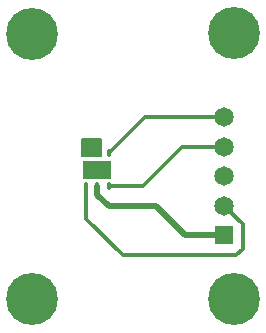
<source format=gtl>
G04 #@! TF.GenerationSoftware,KiCad,Pcbnew,8.0.8*
G04 #@! TF.CreationDate,2025-04-14T11:12:42+01:00*
G04 #@! TF.ProjectId,Bat-mon_v1-Sensor Shield,4261742d-6d6f-46e5-9f76-312d53656e73,rev?*
G04 #@! TF.SameCoordinates,Original*
G04 #@! TF.FileFunction,Copper,L1,Top*
G04 #@! TF.FilePolarity,Positive*
%FSLAX46Y46*%
G04 Gerber Fmt 4.6, Leading zero omitted, Abs format (unit mm)*
G04 Created by KiCad (PCBNEW 8.0.8) date 2025-04-14 11:12:42*
%MOMM*%
%LPD*%
G01*
G04 APERTURE LIST*
G04 Aperture macros list*
%AMRoundRect*
0 Rectangle with rounded corners*
0 $1 Rounding radius*
0 $2 $3 $4 $5 $6 $7 $8 $9 X,Y pos of 4 corners*
0 Add a 4 corners polygon primitive as box body*
4,1,4,$2,$3,$4,$5,$6,$7,$8,$9,$2,$3,0*
0 Add four circle primitives for the rounded corners*
1,1,$1+$1,$2,$3*
1,1,$1+$1,$4,$5*
1,1,$1+$1,$6,$7*
1,1,$1+$1,$8,$9*
0 Add four rect primitives between the rounded corners*
20,1,$1+$1,$2,$3,$4,$5,0*
20,1,$1+$1,$4,$5,$6,$7,0*
20,1,$1+$1,$6,$7,$8,$9,0*
20,1,$1+$1,$8,$9,$2,$3,0*%
G04 Aperture macros list end*
G04 #@! TA.AperFunction,ComponentPad*
%ADD10C,0.700000*%
G04 #@! TD*
G04 #@! TA.AperFunction,ComponentPad*
%ADD11C,4.400000*%
G04 #@! TD*
G04 #@! TA.AperFunction,SMDPad,CuDef*
%ADD12RoundRect,0.100000X-0.100000X0.200000X-0.100000X-0.200000X0.100000X-0.200000X0.100000X0.200000X0*%
G04 #@! TD*
G04 #@! TA.AperFunction,SMDPad,CuDef*
%ADD13R,2.400000X1.500000*%
G04 #@! TD*
G04 #@! TA.AperFunction,ComponentPad*
%ADD14R,1.650000X1.650000*%
G04 #@! TD*
G04 #@! TA.AperFunction,ComponentPad*
%ADD15C,1.650000*%
G04 #@! TD*
G04 #@! TA.AperFunction,ViaPad*
%ADD16C,0.700000*%
G04 #@! TD*
G04 #@! TA.AperFunction,Conductor*
%ADD17C,0.300000*%
G04 #@! TD*
G04 #@! TA.AperFunction,Conductor*
%ADD18C,0.500000*%
G04 #@! TD*
G04 APERTURE END LIST*
D10*
X74450000Y-68000000D03*
X74933274Y-66833274D03*
X74933274Y-69166726D03*
X76100000Y-66350000D03*
D11*
X76100000Y-68000000D03*
D10*
X76100000Y-69650000D03*
X77266726Y-66833274D03*
X77266726Y-69166726D03*
X77750000Y-68000000D03*
X91500000Y-68000000D03*
X91983274Y-66833274D03*
X91983274Y-69166726D03*
X93150000Y-66350000D03*
D11*
X93150000Y-68000000D03*
D10*
X93150000Y-69650000D03*
X94316726Y-66833274D03*
X94316726Y-69166726D03*
X94800000Y-68000000D03*
D12*
X82550000Y-55650000D03*
X81600000Y-55650000D03*
X80650000Y-55650000D03*
X80650000Y-58450000D03*
X81600000Y-58450000D03*
X82550000Y-58450000D03*
D13*
X81600000Y-57050000D03*
D10*
X74450000Y-45533274D03*
X74933274Y-44366548D03*
X74933274Y-46700000D03*
X76100000Y-43883274D03*
D11*
X76100000Y-45533274D03*
D10*
X76100000Y-47183274D03*
X77266726Y-44366548D03*
X77266726Y-46700000D03*
X77750000Y-45533274D03*
D14*
X92325000Y-62600000D03*
D15*
X92325000Y-60100000D03*
X92325000Y-57600000D03*
X92325000Y-55100000D03*
X92325000Y-52600000D03*
D10*
X91483274Y-45500000D03*
X91966548Y-44333274D03*
X91966548Y-46666726D03*
X93133274Y-43850000D03*
D11*
X93133274Y-45500000D03*
D10*
X93133274Y-47150000D03*
X94300000Y-44333274D03*
X94300000Y-46666726D03*
X94783274Y-45500000D03*
D16*
X81600000Y-54750000D03*
X80650000Y-54750000D03*
D17*
X82550000Y-55650000D02*
X85600000Y-52600000D01*
X85600000Y-52600000D02*
X92325000Y-52600000D01*
X93900000Y-63750000D02*
X93900000Y-61675000D01*
X80650000Y-58450000D02*
X80650000Y-61200000D01*
X93900000Y-61675000D02*
X92325000Y-60100000D01*
X83750000Y-64300000D02*
X93350000Y-64300000D01*
X93350000Y-64300000D02*
X93900000Y-63750000D01*
X80650000Y-61200000D02*
X83750000Y-64300000D01*
X82550000Y-58450000D02*
X85450000Y-58450000D01*
X88800000Y-55100000D02*
X92325000Y-55100000D01*
X85450000Y-58450000D02*
X88800000Y-55100000D01*
D18*
X92325000Y-62600000D02*
X89050000Y-62600000D01*
X89050000Y-62600000D02*
X86600000Y-60150000D01*
X82550000Y-60150000D02*
X81600000Y-59200000D01*
X81600000Y-59200000D02*
X81600000Y-58450000D01*
X86600000Y-60150000D02*
X82550000Y-60150000D01*
G04 #@! TA.AperFunction,Conductor*
G36*
X81943039Y-54369685D02*
G01*
X81988794Y-54422489D01*
X82000000Y-54474000D01*
X82000000Y-55875500D01*
X81980315Y-55942539D01*
X81927511Y-55988294D01*
X81876000Y-55999500D01*
X80374000Y-55999500D01*
X80306961Y-55979815D01*
X80261206Y-55927011D01*
X80250000Y-55875500D01*
X80250000Y-54474000D01*
X80269685Y-54406961D01*
X80322489Y-54361206D01*
X80374000Y-54350000D01*
X81876000Y-54350000D01*
X81943039Y-54369685D01*
G37*
G04 #@! TD.AperFunction*
M02*

</source>
